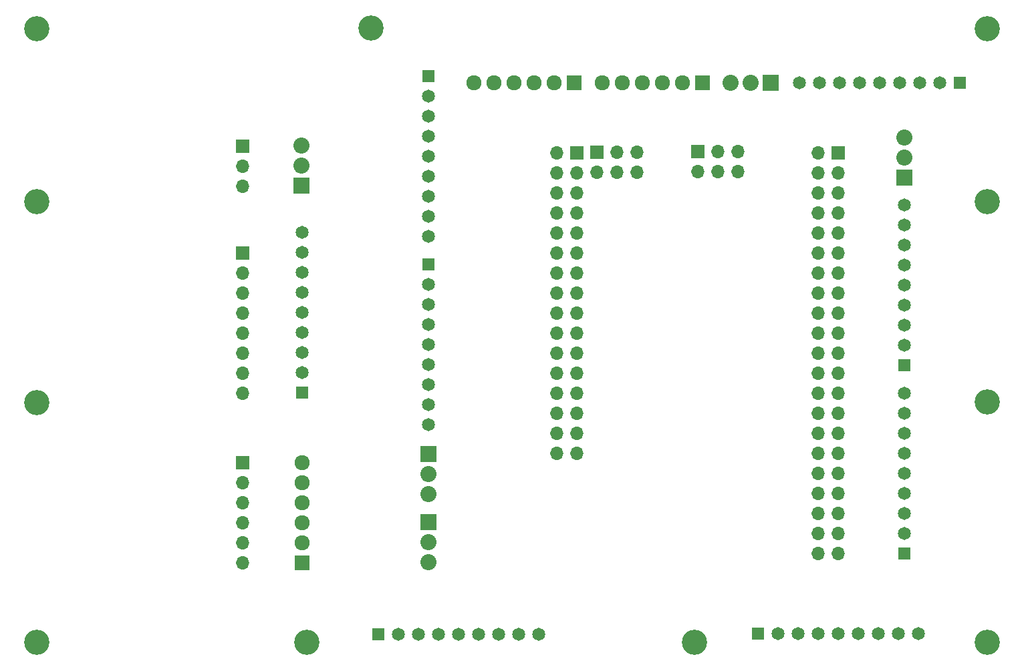
<source format=gbr>
%TF.GenerationSoftware,KiCad,Pcbnew,(6.0.9)*%
%TF.CreationDate,2023-02-05T01:27:45+02:00*%
%TF.ProjectId,Mega pro pins,4d656761-2070-4726-9f20-70696e732e6b,rev?*%
%TF.SameCoordinates,Original*%
%TF.FileFunction,Soldermask,Top*%
%TF.FilePolarity,Negative*%
%FSLAX46Y46*%
G04 Gerber Fmt 4.6, Leading zero omitted, Abs format (unit mm)*
G04 Created by KiCad (PCBNEW (6.0.9)) date 2023-02-05 01:27:45*
%MOMM*%
%LPD*%
G01*
G04 APERTURE LIST*
%ADD10R,1.650000X1.650000*%
%ADD11C,1.650000*%
%ADD12R,1.920000X1.920000*%
%ADD13C,1.920000*%
%ADD14C,3.200000*%
%ADD15R,2.040000X2.040000*%
%ADD16C,2.040000*%
%ADD17R,1.700000X1.700000*%
%ADD18O,1.700000X1.700000*%
G04 APERTURE END LIST*
D10*
%TO.C,J6*%
X113588800Y-85696400D03*
D11*
X113588800Y-88236400D03*
X113588800Y-90776400D03*
X113588800Y-93316400D03*
X113588800Y-95856400D03*
X113588800Y-98396400D03*
X113588800Y-100936400D03*
X113588800Y-103476400D03*
X113588800Y-106016400D03*
%TD*%
D10*
%TO.C,J9*%
X97586800Y-125857000D03*
D11*
X97586800Y-123317000D03*
X97586800Y-120777000D03*
X97586800Y-118237000D03*
X97586800Y-115697000D03*
X97586800Y-113157000D03*
X97586800Y-110617000D03*
X97586800Y-108077000D03*
X97586800Y-105537000D03*
%TD*%
D12*
%TO.C,J2*%
X148310600Y-86534600D03*
D13*
X145770600Y-86534600D03*
X143230600Y-86534600D03*
X140690600Y-86534600D03*
X138150600Y-86534600D03*
X135610600Y-86534600D03*
%TD*%
D14*
%TO.C,REF\u002A\u002A*%
X98171000Y-157480000D03*
%TD*%
%TO.C,REF\u002A\u002A*%
X184378600Y-127050800D03*
%TD*%
D15*
%TO.C,J3*%
X156921300Y-86534600D03*
D16*
X154381300Y-86534600D03*
X151841300Y-86534600D03*
%TD*%
D14*
%TO.C,REF\u002A\u002A*%
X64008000Y-127076200D03*
%TD*%
D17*
%TO.C,18*%
X90068400Y-108102400D03*
D18*
X90068400Y-110642400D03*
X90068400Y-113182400D03*
X90068400Y-115722400D03*
X90068400Y-118262400D03*
X90068400Y-120802400D03*
X90068400Y-123342400D03*
X90068400Y-125882400D03*
%TD*%
D12*
%TO.C,J1*%
X132031700Y-86534600D03*
D13*
X129491700Y-86534600D03*
X126951700Y-86534600D03*
X124411700Y-86534600D03*
X121871700Y-86534600D03*
X119331700Y-86534600D03*
%TD*%
D14*
%TO.C,REF\u002A\u002A*%
X106273600Y-79629000D03*
%TD*%
D15*
%TO.C,J7*%
X173913800Y-98523500D03*
D16*
X173913800Y-95983500D03*
X173913800Y-93443500D03*
%TD*%
D10*
%TO.C,J16*%
X155295600Y-156418500D03*
D11*
X157835600Y-156418500D03*
X160375600Y-156418500D03*
X162915600Y-156418500D03*
X165455600Y-156418500D03*
X167995600Y-156418500D03*
X170535600Y-156418500D03*
X173075600Y-156418500D03*
X175615600Y-156418500D03*
%TD*%
D14*
%TO.C,REF\u002A\u002A*%
X147269200Y-157454600D03*
%TD*%
D15*
%TO.C,J5*%
X97500000Y-99611500D03*
D16*
X97500000Y-97071500D03*
X97500000Y-94531500D03*
%TD*%
D17*
%TO.C,13*%
X134950200Y-95377000D03*
D18*
X134950200Y-97917000D03*
X137490200Y-95377000D03*
X137490200Y-97917000D03*
X140030200Y-95377000D03*
X140030200Y-97917000D03*
%TD*%
D12*
%TO.C,J13*%
X97586800Y-147396200D03*
D13*
X97586800Y-144856200D03*
X97586800Y-142316200D03*
X97586800Y-139776200D03*
X97586800Y-137236200D03*
X97586800Y-134696200D03*
%TD*%
D10*
%TO.C,J10*%
X113588800Y-109597800D03*
D11*
X113588800Y-112137800D03*
X113588800Y-114677800D03*
X113588800Y-117217800D03*
X113588800Y-119757800D03*
X113588800Y-122297800D03*
X113588800Y-124837800D03*
X113588800Y-127377800D03*
X113588800Y-129917800D03*
%TD*%
D10*
%TO.C,J8*%
X173913800Y-122348600D03*
D11*
X173913800Y-119808600D03*
X173913800Y-117268600D03*
X173913800Y-114728600D03*
X173913800Y-112188600D03*
X173913800Y-109648600D03*
X173913800Y-107108600D03*
X173913800Y-104568600D03*
X173913800Y-102028600D03*
%TD*%
D14*
%TO.C,REF\u002A\u002A*%
X184378600Y-101574600D03*
%TD*%
D15*
%TO.C,J11*%
X113588800Y-133626100D03*
D16*
X113588800Y-136166100D03*
X113588800Y-138706100D03*
%TD*%
D17*
%TO.C,14*%
X165500000Y-95400000D03*
D18*
X162960000Y-95400000D03*
X165500000Y-97940000D03*
X162960000Y-97940000D03*
X165500000Y-100480000D03*
X162960000Y-100480000D03*
X165500000Y-103020000D03*
X162960000Y-103020000D03*
X165500000Y-105560000D03*
X162960000Y-105560000D03*
X165500000Y-108100000D03*
X162960000Y-108100000D03*
X165500000Y-110640000D03*
X162960000Y-110640000D03*
X165500000Y-113180000D03*
X162960000Y-113180000D03*
X165500000Y-115720000D03*
X162960000Y-115720000D03*
X165500000Y-118260000D03*
X162960000Y-118260000D03*
X165500000Y-120800000D03*
X162960000Y-120800000D03*
X165500000Y-123340000D03*
X162960000Y-123340000D03*
X165500000Y-125880000D03*
X162960000Y-125880000D03*
X165500000Y-128420000D03*
X162960000Y-128420000D03*
X165500000Y-130960000D03*
X162960000Y-130960000D03*
X165500000Y-133500000D03*
X162960000Y-133500000D03*
X165500000Y-136040000D03*
X162960000Y-136040000D03*
X165500000Y-138580000D03*
X162960000Y-138580000D03*
X165500000Y-141120000D03*
X162960000Y-141120000D03*
X165500000Y-143660000D03*
X162960000Y-143660000D03*
X165500000Y-146200000D03*
X162960000Y-146200000D03*
%TD*%
D17*
%TO.C,16*%
X90063200Y-94600000D03*
D18*
X90063200Y-97140000D03*
X90063200Y-99680000D03*
%TD*%
D14*
%TO.C,REF\u002A\u002A*%
X184378600Y-157480000D03*
%TD*%
D10*
%TO.C,J15*%
X107264200Y-156435400D03*
D11*
X109804200Y-156435400D03*
X112344200Y-156435400D03*
X114884200Y-156435400D03*
X117424200Y-156435400D03*
X119964200Y-156435400D03*
X122504200Y-156435400D03*
X125044200Y-156435400D03*
X127584200Y-156435400D03*
%TD*%
D14*
%TO.C,REF\u002A\u002A*%
X184378600Y-79654400D03*
%TD*%
D17*
%TO.C,12*%
X132410200Y-95427800D03*
D18*
X129870200Y-95427800D03*
X132410200Y-97967800D03*
X129870200Y-97967800D03*
X132410200Y-100507800D03*
X129870200Y-100507800D03*
X132410200Y-103047800D03*
X129870200Y-103047800D03*
X132410200Y-105587800D03*
X129870200Y-105587800D03*
X132410200Y-108127800D03*
X129870200Y-108127800D03*
X132410200Y-110667800D03*
X129870200Y-110667800D03*
X132410200Y-113207800D03*
X129870200Y-113207800D03*
X132410200Y-115747800D03*
X129870200Y-115747800D03*
X132410200Y-118287800D03*
X129870200Y-118287800D03*
X132410200Y-120827800D03*
X129870200Y-120827800D03*
X132410200Y-123367800D03*
X129870200Y-123367800D03*
X132410200Y-125907800D03*
X129870200Y-125907800D03*
X132410200Y-128447800D03*
X129870200Y-128447800D03*
X132410200Y-130987800D03*
X129870200Y-130987800D03*
X132410200Y-133527800D03*
X129870200Y-133527800D03*
%TD*%
D10*
%TO.C,J12*%
X173913800Y-146224600D03*
D11*
X173913800Y-143684600D03*
X173913800Y-141144600D03*
X173913800Y-138604600D03*
X173913800Y-136064600D03*
X173913800Y-133524600D03*
X173913800Y-130984600D03*
X173913800Y-128444600D03*
X173913800Y-125904600D03*
%TD*%
D14*
%TO.C,REF\u002A\u002A*%
X64008000Y-79679800D03*
%TD*%
D17*
%TO.C,19*%
X90068400Y-134747000D03*
D18*
X90068400Y-137287000D03*
X90068400Y-139827000D03*
X90068400Y-142367000D03*
X90068400Y-144907000D03*
X90068400Y-147447000D03*
%TD*%
D14*
%TO.C,REF\u002A\u002A*%
X64008000Y-101600000D03*
%TD*%
D15*
%TO.C,J14*%
X113588800Y-142211400D03*
D16*
X113588800Y-144751400D03*
X113588800Y-147291400D03*
%TD*%
D17*
%TO.C,11*%
X147700000Y-95300000D03*
D18*
X147700000Y-97840000D03*
X150240000Y-95300000D03*
X150240000Y-97840000D03*
X152780000Y-95300000D03*
X152780000Y-97840000D03*
%TD*%
D10*
%TO.C,J4*%
X180924200Y-86512400D03*
D11*
X178384200Y-86512400D03*
X175844200Y-86512400D03*
X173304200Y-86512400D03*
X170764200Y-86512400D03*
X168224200Y-86512400D03*
X165684200Y-86512400D03*
X163144200Y-86512400D03*
X160604200Y-86512400D03*
%TD*%
D14*
%TO.C,REF\u002A\u002A*%
X64008000Y-157505400D03*
%TD*%
M02*

</source>
